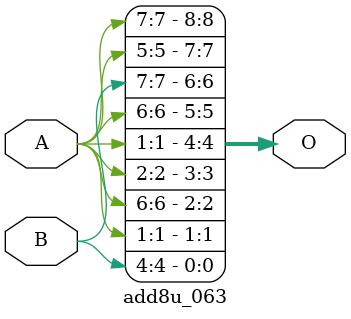
<source format=v>
/***
* This code is a part of EvoApproxLib library (ehw.fit.vutbr.cz/approxlib) distributed under The MIT License.
* When used, please cite the following article(s):  
* This file contains a circuit from a sub-set of pareto optimal circuits with respect to the pwr and wce parameters
***/

// bdd_sift/bw_8/conf_core_0_mae_000103/run.00000.chr
module add8u_063(A, B, O);
  input [7:0] A, B;
  output [8:0] O;
  assign O[1] = A[1];
  assign O[5] = A[6];
  assign O[0] = B[4]; // default output
  assign O[2] = A[6]; // default output
  assign O[3] = A[2]; // default output
  assign O[4] = O[1]; // default output
  assign O[6] = B[7]; // default output
  assign O[7] = A[5]; // default output
  assign O[8] = A[7]; // default output
endmodule


</source>
